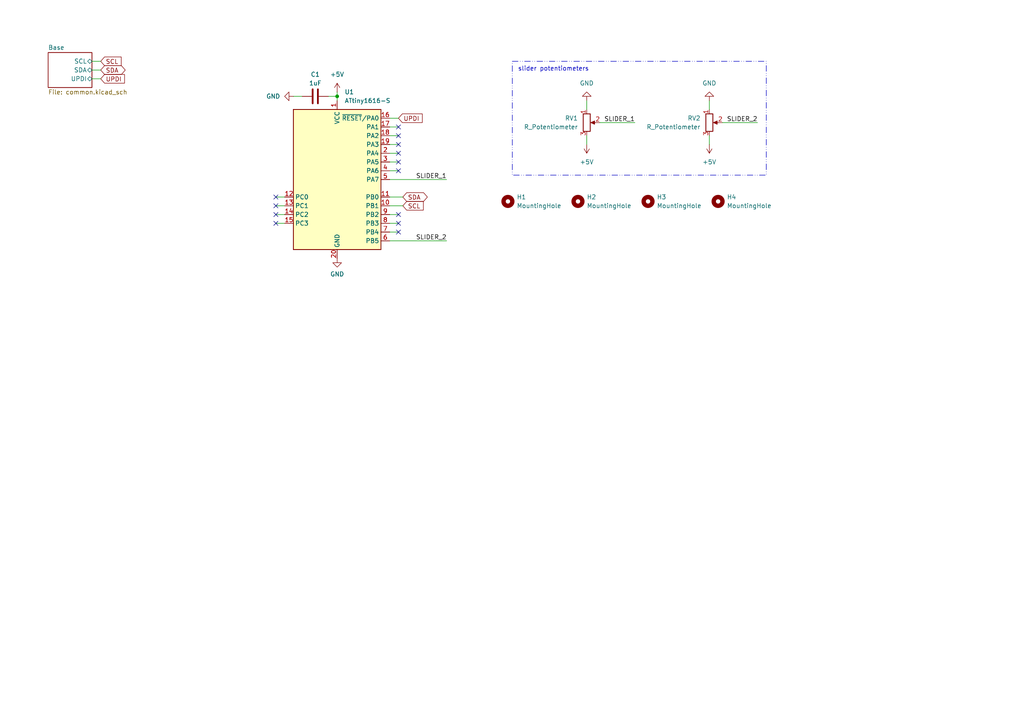
<source format=kicad_sch>
(kicad_sch (version 20250114) (generator "eeschema") (generator_version "9.0")
  (paper "A4")
  (title_block (title "Moonpad Slider Module") (date "2025-07-05") (rev "v1") (company "moonbeeper"))
  (lib_symbols
    (symbol "Device:C" (pin_numbers (hide yes)) (pin_names (offset 0.254))
      (property "Reference" "C" (at 0.635 2.54 0))
      (property "Value" "C" (at 0.635 -2.54 0))
      (symbol "C_0_1"
        (polyline (pts (xy -2.032 0.762) (xy 2.032 0.762)) (stroke (width 0.508)))
        (polyline (pts (xy -2.032 -0.762) (xy 2.032 -0.762)) (stroke (width 0.508)))
      )
      (symbol "C_1_1"
        (pin passive line (at 0 3.81 270) (length 2.794) (name "~") (number "1"))
        (pin passive line (at 0 -3.81 90) (length 2.794) (name "~") (number "2"))
      )
    )
    (symbol "Device:R_Potentiometer" (pin_names (offset 1.016) (hide yes))
      (property "Reference" "RV" (at -4.445 0 90))
      (property "Value" "R_Potentiometer" (at -2.54 0 90))
      (symbol "R_Potentiometer_0_1"
        (rectangle (start 1.016 2.54) (end -1.016 -2.54) (stroke (width 0.254)))
        (polyline (pts (xy 1.143 0) (xy 2.286 0.508) (xy 2.286 -0.508) (xy 1.143 0)) (fill (type outline)))
        (polyline (pts (xy 2.54 0) (xy 1.524 0)))
      )
      (symbol "R_Potentiometer_1_1"
        (pin passive line (at 0 3.81 270) (length 1.27) (name "1") (number "1"))
        (pin passive line (at 0 -3.81 90) (length 1.27) (name "3") (number "3"))
        (pin passive line (at 3.81 0 180) (length 1.27) (name "2") (number "2"))
      )
    )
    (symbol "MCU_Microchip_ATtiny:ATtiny1616-S"
      (property "Reference" "U" (at -12.7 21.59 0))
      (property "Value" "ATtiny1616-S" (at 2.54 -21.59 0))
      (symbol "ATtiny1616-S_0_1"
        (rectangle (start -12.7 -20.32) (end 12.7 20.32) (stroke (width 0.254)) (fill (type background)))
      )
      (symbol "ATtiny1616-S_1_1"
        (pin bidirectional line (at -15.24 -5.08 0) (length 2.54) (name "PC0") (number "12"))
        (pin bidirectional line (at -15.24 -7.62 0) (length 2.54) (name "PC1") (number "13"))
        (pin bidirectional line (at -15.24 -10.16 0) (length 2.54) (name "PC2") (number "14"))
        (pin bidirectional line (at -15.24 -12.7 0) (length 2.54) (name "PC3") (number "15"))
        (pin power_in line (at 0 22.86 270) (length 2.54) (name "VCC") (number "1"))
        (pin power_in line (at 0 -22.86 90) (length 2.54) (name "GND") (number "20"))
        (pin bidirectional line (at 15.24 17.78 180) (length 2.54) (name "~{RESET}/PA0") (number "16"))
        (pin bidirectional line (at 15.24 15.24 180) (length 2.54) (name "PA1") (number "17"))
        (pin bidirectional line (at 15.24 12.7 180) (length 2.54) (name "PA2") (number "18"))
        (pin bidirectional line (at 15.24 10.16 180) (length 2.54) (name "PA3") (number "19"))
        (pin bidirectional line (at 15.24 7.62 180) (length 2.54) (name "PA4") (number "2"))
        (pin bidirectional line (at 15.24 5.08 180) (length 2.54) (name "PA5") (number "3"))
        (pin bidirectional line (at 15.24 2.54 180) (length 2.54) (name "PA6") (number "4"))
        (pin bidirectional line (at 15.24 0 180) (length 2.54) (name "PA7") (number "5"))
        (pin bidirectional line (at 15.24 -5.08 180) (length 2.54) (name "PB0") (number "11"))
        (pin bidirectional line (at 15.24 -7.62 180) (length 2.54) (name "PB1") (number "10"))
        (pin bidirectional line (at 15.24 -10.16 180) (length 2.54) (name "PB2") (number "9"))
        (pin bidirectional line (at 15.24 -12.7 180) (length 2.54) (name "PB3") (number "8"))
        (pin bidirectional line (at 15.24 -15.24 180) (length 2.54) (name "PB4") (number "7"))
        (pin bidirectional line (at 15.24 -17.78 180) (length 2.54) (name "PB5") (number "6"))
      )
    )
    (symbol "Mechanical:MountingHole" (pin_names (offset 1.016)) (in_bom no)
      (property "Reference" "H" (at 0 5.08 0))
      (property "Value" "MountingHole" (at 0 3.175 0))
      (symbol "MountingHole_0_1"
        (circle (center 0 0) (radius 1.27) (stroke (width 1.27)))
      )
    )
    (symbol "power:+5V" (power) (pin_numbers (hide yes)) (pin_names (offset 0) (hide yes))
      (property "Value" "+5V" (at 0 3.556 0))
      (symbol "+5V_0_1"
        (polyline (pts (xy -0.762 1.27) (xy 0 2.54)))
        (polyline (pts (xy 0 2.54) (xy 0.762 1.27)))
        (polyline (pts (xy 0 0) (xy 0 2.54)))
      )
      (symbol "+5V_1_1"
        (pin power_in line (at 0 0 90) (length 0) (name "~") (number "1"))
      )
    )
    (symbol "power:GND" (power) (pin_numbers (hide yes)) (pin_names (offset 0) (hide yes))
      (property "Value" "GND" (at 0 -3.81 0))
      (symbol "GND_0_1"
        (polyline (pts (xy 0 0) (xy 0 -1.27) (xy 1.27 -1.27) (xy 0 -2.54) (xy -1.27 -1.27) (xy 0 -1.27)))
      )
      (symbol "GND_1_1"
        (pin power_in line (at 0 0 270) (length 0) (name "~") (number "1"))
      )
    )
  )
  (rectangle (start 148.59 17.78) (end 222.25 50.8) (stroke (width 0) (type dash_dot_dot)))
  (text "slider potentiometers" (at 160.528 20.066 0) (effects (font (size 1.27 1.27))))
  (junction (at 97.79 27.94))
  (no_connect (at 115.57 64.77))
  (no_connect (at 80.01 64.77))
  (no_connect (at 115.57 44.45))
  (no_connect (at 115.57 67.31))
  (no_connect (at 115.57 39.37))
  (no_connect (at 80.01 62.23))
  (no_connect (at 115.57 49.53))
  (no_connect (at 115.57 36.83))
  (no_connect (at 80.01 57.15))
  (no_connect (at 115.57 41.91))
  (no_connect (at 115.57 62.23))
  (no_connect (at 115.57 46.99))
  (no_connect (at 80.01 59.69))
  (wire (pts (xy 129.54 69.85) (xy 113.03 69.85)))
  (wire (pts (xy 115.57 49.53) (xy 113.03 49.53)))
  (wire (pts (xy 116.84 57.15) (xy 113.03 57.15)))
  (wire (pts (xy 115.57 34.29) (xy 113.03 34.29)))
  (wire (pts (xy 29.21 17.78) (xy 26.67 17.78)))
  (wire (pts (xy 115.57 39.37) (xy 113.03 39.37)))
  (wire (pts (xy 205.74 29.21) (xy 205.74 31.75)))
  (wire (pts (xy 205.74 41.91) (xy 205.74 39.37)))
  (wire (pts (xy 29.21 20.32) (xy 26.67 20.32)))
  (wire (pts (xy 80.01 59.69) (xy 82.55 59.69)))
  (wire (pts (xy 85.09 27.94) (xy 87.63 27.94)))
  (wire (pts (xy 219.71 35.56) (xy 209.55 35.56)))
  (wire (pts (xy 80.01 57.15) (xy 82.55 57.15)))
  (wire (pts (xy 115.57 67.31) (xy 113.03 67.31)))
  (wire (pts (xy 129.54 52.07) (xy 113.03 52.07)))
  (wire (pts (xy 80.01 64.77) (xy 82.55 64.77)))
  (wire (pts (xy 115.57 62.23) (xy 113.03 62.23)))
  (wire (pts (xy 116.84 59.69) (xy 113.03 59.69)))
  (wire (pts (xy 170.18 41.91) (xy 170.18 39.37)))
  (wire (pts (xy 115.57 46.99) (xy 113.03 46.99)))
  (wire (pts (xy 115.57 36.83) (xy 113.03 36.83)))
  (wire (pts (xy 170.18 29.21) (xy 170.18 31.75)))
  (wire (pts (xy 95.25 27.94) (xy 97.79 27.94)))
  (wire (pts (xy 184.15 35.56) (xy 173.99 35.56)))
  (wire (pts (xy 97.79 26.67) (xy 97.79 27.94)))
  (wire (pts (xy 115.57 64.77) (xy 113.03 64.77)))
  (wire (pts (xy 115.57 44.45) (xy 113.03 44.45)))
  (wire (pts (xy 115.57 41.91) (xy 113.03 41.91)))
  (wire (pts (xy 29.21 22.86) (xy 26.67 22.86)))
  (wire (pts (xy 97.79 27.94) (xy 97.79 29.21)))
  (wire (pts (xy 80.01 62.23) (xy 82.55 62.23)))
  (label "SLIDER_2" (at 129.54 69.85 180))
  (label "SLIDER_2" (at 219.71 35.56 180))
  (label "SLIDER_1" (at 129.54 52.07 180))
  (label "SLIDER_1" (at 184.15 35.56 180))
  (global_label "SDA" (shape bidirectional) (at 116.84 57.15 0) (property "Intersheetrefs" "${INTERSHEET_REFS}" (effects (hide yes))))
  (global_label "UPDI" (shape input) (at 115.57 34.29 0) (property "Intersheetrefs" "${INTERSHEET_REFS}" (effects (hide yes))))
  (global_label "SDA" (shape bidirectional) (at 29.21 20.32 0) (property "Intersheetrefs" "${INTERSHEET_REFS}" (effects (hide yes))))
  (global_label "UPDI" (shape input) (at 29.21 22.86 0) (property "Intersheetrefs" "${INTERSHEET_REFS}" (effects (hide yes))))
  (global_label "SCL" (shape input) (at 29.21 17.78 0) (property "Intersheetrefs" "${INTERSHEET_REFS}" (effects (hide yes))))
  (global_label "SCL" (shape input) (at 116.84 59.69 0) (property "Intersheetrefs" "${INTERSHEET_REFS}" (effects (hide yes))))
  (symbol (lib_id "Device:R_Potentiometer") (at 170.18 35.56 0) (unit 1)
    (property "Reference" "RV1" (at 167.64 34.2899 0) (effects (justify right)))
    (property "Value" "R_Potentiometer" (at 167.64 36.8299 0) (effects (justify right)))
    (property "Footprint" "kicad_why:RS45111A900F" (effects (hide yes)))
    (property "Description" "Potentiometer" (effects (hide yes)))
    (property "LCSC" "C470640" (effects (hide yes)))
  )
  (symbol (lib_id "power:GND") (at 205.74 29.21 180) (unit 1)
    (property "Reference" "#PWR043" (effects (hide yes)))
    (property "Value" "GND" (at 205.74 24.13 0))
    (property "Description" "Power symbol creates a global label with name \"GND\" , ground" (effects (hide yes)))
  )
  (symbol (lib_id "Mechanical:MountingHole") (at 147.32 58.42 0) (unit 1) (in_bom no)
    (property "Reference" "H1" (at 149.86 57.1499 0) (effects (justify left)))
    (property "Value" "MountingHole" (at 149.86 59.6899 0) (effects (justify left)))
    (property "Footprint" "MountingHole:MountingHole_2.2mm_M2" (effects (hide yes)))
    (property "Description" "Mounting Hole without connection" (effects (hide yes)))
  )
  (symbol (lib_id "Mechanical:MountingHole") (at 187.96 58.42 0) (unit 1) (in_bom no)
    (property "Reference" "H3" (at 190.5 57.1499 0) (effects (justify left)))
    (property "Value" "MountingHole" (at 190.5 59.6899 0) (effects (justify left)))
    (property "Footprint" "MountingHole:MountingHole_2.2mm_M2" (effects (hide yes)))
    (property "Description" "Mounting Hole without connection" (effects (hide yes)))
  )
  (symbol (lib_id "MCU_Microchip_ATtiny:ATtiny1616-S") (at 97.79 52.07 0) (unit 1)
    (property "Reference" "U1" (at 99.9333 26.67 0) (effects (justify left)))
    (property "Value" "ATtiny1616-S" (at 99.9333 29.21 0) (effects (justify left)))
    (property "Footprint" "Package_SO:SOIC-20W_7.5x12.8mm_P1.27mm" (effects (hide yes)))
    (property "Datasheet" "http://ww1.microchip.com/downloads/en/DeviceDoc/ATtiny3216_ATtiny1616-data-sheet-40001997B.pdf" (effects (hide yes)))
    (property "Description" "20MHz, 16kB Flash, 2kB SRAM, 256B EEPROM, SOIC-20" (effects (hide yes)))
    (property "LCSC" "C609652" (effects (hide yes)))
  )
  (symbol (lib_id "power:+5V") (at 205.74 41.91 180) (unit 1)
    (property "Reference" "#PWR044" (effects (hide yes)))
    (property "Value" "+5V" (at 205.74 46.99 0))
    (property "Description" "Power symbol creates a global label with name \"+5V\"" (effects (hide yes)))
  )
  (symbol (lib_id "power:GND") (at 170.18 29.21 180) (unit 1)
    (property "Reference" "#PWR041" (effects (hide yes)))
    (property "Value" "GND" (at 170.18 24.13 0))
    (property "Description" "Power symbol creates a global label with name \"GND\" , ground" (effects (hide yes)))
  )
  (symbol (lib_id "power:+5V") (at 170.18 41.91 180) (unit 1)
    (property "Reference" "#PWR042" (effects (hide yes)))
    (property "Value" "+5V" (at 170.18 46.99 0))
    (property "Description" "Power symbol creates a global label with name \"+5V\"" (effects (hide yes)))
  )
  (symbol (lib_id "power:+5V") (at 97.79 26.67 0) (unit 1)
    (property "Reference" "#PWR02" (effects (hide yes)))
    (property "Value" "+5V" (at 97.79 21.59 0))
    (property "Description" "Power symbol creates a global label with name \"+5V\"" (effects (hide yes)))
  )
  (symbol (lib_id "Mechanical:MountingHole") (at 208.28 58.42 0) (unit 1) (in_bom no)
    (property "Reference" "H4" (at 210.82 57.1499 0) (effects (justify left)))
    (property "Value" "MountingHole" (at 210.82 59.6899 0) (effects (justify left)))
    (property "Footprint" "MountingHole:MountingHole_2.2mm_M2" (effects (hide yes)))
    (property "Description" "Mounting Hole without connection" (effects (hide yes)))
  )
  (symbol (lib_id "Device:R_Potentiometer") (at 205.74 35.56 0) (unit 1)
    (property "Reference" "RV2" (at 203.2 34.2899 0) (effects (justify right)))
    (property "Value" "R_Potentiometer" (at 203.2 36.8299 0) (effects (justify right)))
    (property "Footprint" "kicad_why:RS45111A900F" (effects (hide yes)))
    (property "Description" "Potentiometer" (effects (hide yes)))
    (property "LCSC" "C470640" (effects (hide yes)))
  )
  (symbol (lib_id "power:GND") (at 85.09 27.94 270) (unit 1)
    (property "Reference" "#PWR01" (effects (hide yes)))
    (property "Value" "GND" (at 81.28 27.9399 90) (effects (justify right)))
    (property "Description" "Power symbol creates a global label with name \"GND\" , ground" (effects (hide yes)))
  )
  (symbol (lib_id "Mechanical:MountingHole") (at 167.64 58.42 0) (unit 1) (in_bom no)
    (property "Reference" "H2" (at 170.18 57.1499 0) (effects (justify left)))
    (property "Value" "MountingHole" (at 170.18 59.6899 0) (effects (justify left)))
    (property "Footprint" "MountingHole:MountingHole_2.2mm_M2" (effects (hide yes)))
    (property "Description" "Mounting Hole without connection" (effects (hide yes)))
  )
  (symbol (lib_id "power:GND") (at 97.79 74.93 0) (unit 1)
    (property "Reference" "#PWR03" (effects (hide yes)))
    (property "Value" "GND" (at 97.79 79.502 0))
    (property "Description" "Power symbol creates a global label with name \"GND\" , ground" (effects (hide yes)))
  )
  (symbol (lib_id "Device:C") (at 91.44 27.94 90) (unit 1)
    (property "Reference" "C1" (at 91.44 21.59 90))
    (property "Value" "1uF" (at 91.44 24.13 90))
    (property "Footprint" "Capacitor_SMD:C_0805_2012Metric_Pad1.18x1.45mm_HandSolder" (effects (hide yes)))
    (property "Description" "Unpolarized capacitor" (effects (hide yes)))
    (property "LCSC" "C116352" (effects (hide yes)))
  )
  (sheet (at 13.97 15.24) (size 12.7 10.16) (stroke (width 0.1524))
    (property "Sheetname" "Base" (at 13.97 14.5284 0) (effects (justify left bottom)))
    (property "Sheetfile" "common.kicad_sch" (at 13.97 25.9846 0) (effects (justify left top)))
    (pin "SCL" bidirectional (at 26.67 17.78 0))
    (pin "SDA" bidirectional (at 26.67 20.32 0))
    (pin "UPDI" bidirectional (at 26.67 22.86 0))
  )
)
</source>
